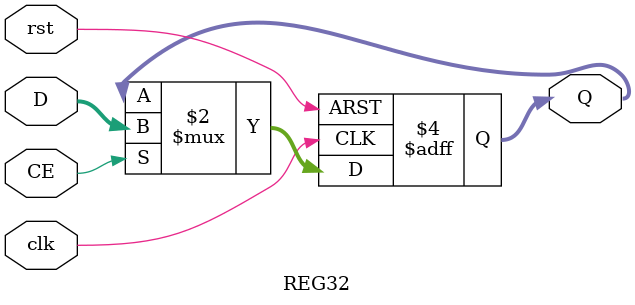
<source format=v>
`timescale 1ns / 1ps


module REG32 (
    input wire clk,
    input wire rst,
    input wire CE,
    input wire [31:0] D,
    output reg [31:0] Q
);

  always @(posedge clk or posedge rst)
    if (rst) Q <= 32'h00000000;
    else if (CE) Q <= D;

endmodule

</source>
